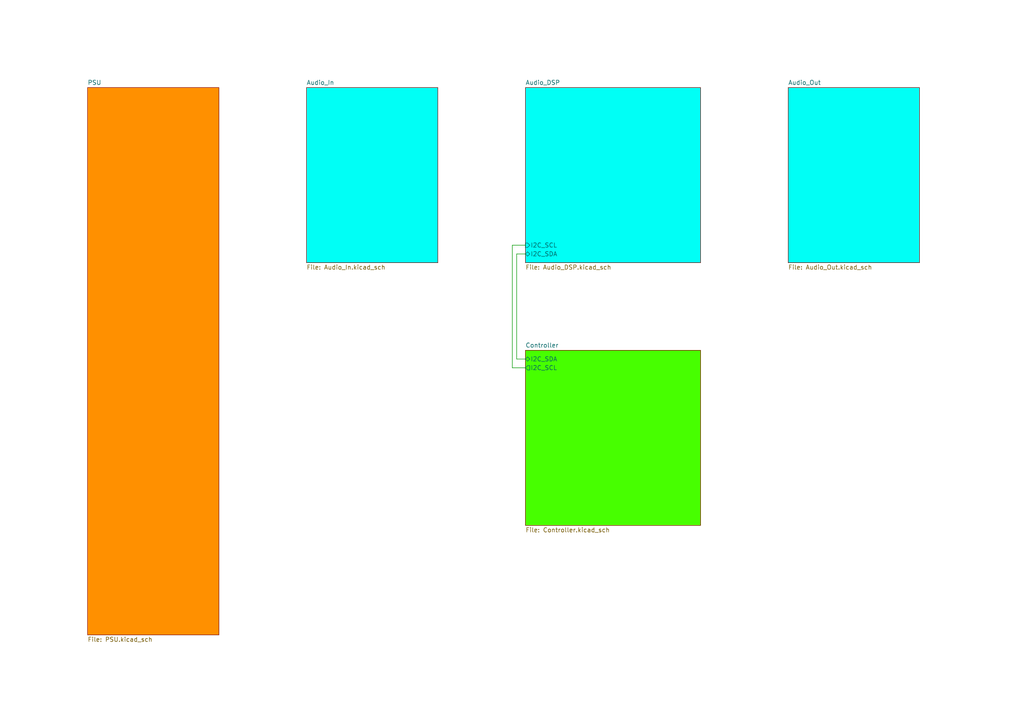
<source format=kicad_sch>
(kicad_sch
	(version 20250114)
	(generator "eeschema")
	(generator_version "9.0")
	(uuid "95391f5e-c27a-414f-9293-205fef445dea")
	(paper "A4")
	(lib_symbols)
	(wire
		(pts
			(xy 148.59 106.68) (xy 152.4 106.68)
		)
		(stroke
			(width 0)
			(type default)
		)
		(uuid "0852d81f-9a47-4e1f-b30e-5c102efa300e")
	)
	(wire
		(pts
			(xy 152.4 71.12) (xy 148.59 71.12)
		)
		(stroke
			(width 0)
			(type default)
		)
		(uuid "45370390-08ae-4765-ba49-d9eb8a25ad99")
	)
	(wire
		(pts
			(xy 149.86 73.66) (xy 152.4 73.66)
		)
		(stroke
			(width 0)
			(type default)
		)
		(uuid "5d7777ad-ea11-4acd-baa8-6819277dc739")
	)
	(wire
		(pts
			(xy 152.4 104.14) (xy 149.86 104.14)
		)
		(stroke
			(width 0)
			(type default)
		)
		(uuid "b79c51bd-14ba-4f31-9130-1ea8f1d2da5a")
	)
	(wire
		(pts
			(xy 148.59 71.12) (xy 148.59 106.68)
		)
		(stroke
			(width 0)
			(type default)
		)
		(uuid "c091ed84-4b5b-41f4-a321-e09edb81072f")
	)
	(wire
		(pts
			(xy 149.86 104.14) (xy 149.86 73.66)
		)
		(stroke
			(width 0)
			(type default)
		)
		(uuid "e791e722-65f4-46f7-a734-06f188a01a0d")
	)
	(sheet
		(at 228.6 25.4)
		(size 38.1 50.8)
		(exclude_from_sim no)
		(in_bom yes)
		(on_board yes)
		(dnp no)
		(fields_autoplaced yes)
		(stroke
			(width 0.1524)
			(type solid)
		)
		(fill
			(color 0 255 246 1.0000)
		)
		(uuid "45d7762c-a846-43dd-9c78-69cecc0e82eb")
		(property "Sheetname" "Audio_Out"
			(at 228.6 24.6884 0)
			(effects
				(font
					(size 1.27 1.27)
				)
				(justify left bottom)
			)
		)
		(property "Sheetfile" "Audio_Out.kicad_sch"
			(at 228.6 76.7846 0)
			(effects
				(font
					(size 1.27 1.27)
				)
				(justify left top)
			)
		)
		(instances
			(project "Pre_Amp_8CH"
				(path "/95391f5e-c27a-414f-9293-205fef445dea"
					(page "4")
				)
			)
		)
	)
	(sheet
		(at 88.9 25.4)
		(size 38.1 50.8)
		(exclude_from_sim no)
		(in_bom yes)
		(on_board yes)
		(dnp no)
		(fields_autoplaced yes)
		(stroke
			(width 0.1524)
			(type solid)
		)
		(fill
			(color 0 255 246 1.0000)
		)
		(uuid "6f33af91-558f-4906-ad66-170a43f0e6d3")
		(property "Sheetname" "Audio_In"
			(at 88.9 24.6884 0)
			(effects
				(font
					(size 1.27 1.27)
				)
				(justify left bottom)
			)
		)
		(property "Sheetfile" "Audio_In.kicad_sch"
			(at 88.9 76.7846 0)
			(effects
				(font
					(size 1.27 1.27)
				)
				(justify left top)
			)
		)
		(instances
			(project "Pre_Amp_8CH"
				(path "/95391f5e-c27a-414f-9293-205fef445dea"
					(page "3")
				)
			)
		)
	)
	(sheet
		(at 25.4 25.4)
		(size 38.1 158.75)
		(exclude_from_sim no)
		(in_bom yes)
		(on_board yes)
		(dnp no)
		(fields_autoplaced yes)
		(stroke
			(width 0.1524)
			(type solid)
		)
		(fill
			(color 255 144 0 1.0000)
		)
		(uuid "a5767999-db98-4724-8c72-273c259d6263")
		(property "Sheetname" "PSU"
			(at 25.4 24.6884 0)
			(effects
				(font
					(size 1.27 1.27)
				)
				(justify left bottom)
			)
		)
		(property "Sheetfile" "PSU.kicad_sch"
			(at 25.4 184.7346 0)
			(effects
				(font
					(size 1.27 1.27)
				)
				(justify left top)
			)
		)
		(instances
			(project "Pre_Amp_8CH"
				(path "/95391f5e-c27a-414f-9293-205fef445dea"
					(page "2")
				)
			)
		)
	)
	(sheet
		(at 152.4 25.4)
		(size 50.8 50.8)
		(exclude_from_sim no)
		(in_bom yes)
		(on_board yes)
		(dnp no)
		(fields_autoplaced yes)
		(stroke
			(width 0.1524)
			(type solid)
		)
		(fill
			(color 0 255 246 1.0000)
		)
		(uuid "c0efe8d3-8831-46f1-81f0-fe3724c57d3b")
		(property "Sheetname" "Audio_DSP"
			(at 152.4 24.6884 0)
			(effects
				(font
					(size 1.27 1.27)
				)
				(justify left bottom)
			)
		)
		(property "Sheetfile" "Audio_DSP.kicad_sch"
			(at 152.4 76.7846 0)
			(effects
				(font
					(size 1.27 1.27)
				)
				(justify left top)
			)
		)
		(pin "I2C_SCL" input
			(at 152.4 71.12 180)
			(uuid "3fd80ecb-e8eb-4127-b97e-a89140e2b541")
			(effects
				(font
					(size 1.27 1.27)
				)
				(justify left)
			)
		)
		(pin "I2C_SDA" bidirectional
			(at 152.4 73.66 180)
			(uuid "3de4afde-fa4e-49c2-86bf-17c2759f77de")
			(effects
				(font
					(size 1.27 1.27)
				)
				(justify left)
			)
		)
		(instances
			(project "Pre_Amp_8CH"
				(path "/95391f5e-c27a-414f-9293-205fef445dea"
					(page "5")
				)
			)
		)
	)
	(sheet
		(at 152.4 101.6)
		(size 50.8 50.8)
		(exclude_from_sim no)
		(in_bom yes)
		(on_board yes)
		(dnp no)
		(fields_autoplaced yes)
		(stroke
			(width 0.1524)
			(type solid)
		)
		(fill
			(color 71 255 0 1.0000)
		)
		(uuid "d6a277db-4d71-4fbb-b925-b5d946deee9e")
		(property "Sheetname" "Controller"
			(at 152.4 100.8884 0)
			(effects
				(font
					(size 1.27 1.27)
				)
				(justify left bottom)
			)
		)
		(property "Sheetfile" "Controller.kicad_sch"
			(at 152.4 152.9846 0)
			(effects
				(font
					(size 1.27 1.27)
				)
				(justify left top)
			)
		)
		(pin "I2C_SCL" output
			(at 152.4 106.68 180)
			(uuid "657eda02-2678-447e-b148-354a28aba447")
			(effects
				(font
					(size 1.27 1.27)
				)
				(justify left)
			)
		)
		(pin "I2C_SDA" bidirectional
			(at 152.4 104.14 180)
			(uuid "ff00cba5-e2a4-47b3-86e7-3a4f118a36ee")
			(effects
				(font
					(size 1.27 1.27)
				)
				(justify left)
			)
		)
		(instances
			(project "Pre_Amp_8CH"
				(path "/95391f5e-c27a-414f-9293-205fef445dea"
					(page "6")
				)
			)
		)
	)
	(sheet_instances
		(path "/"
			(page "1")
		)
	)
	(embedded_fonts no)
)

</source>
